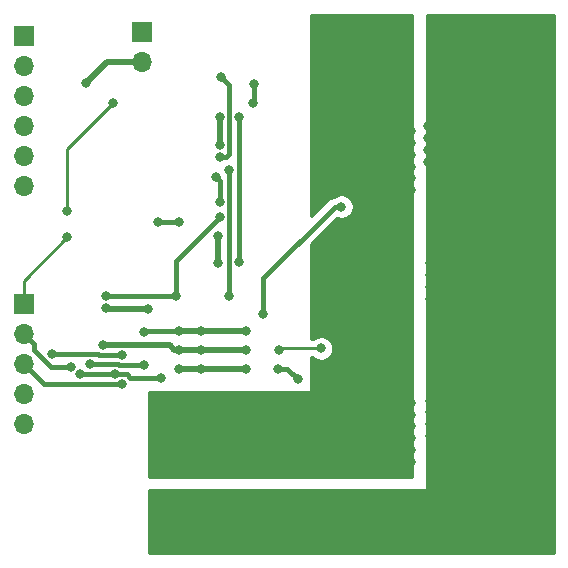
<source format=gbr>
G04 #@! TF.GenerationSoftware,KiCad,Pcbnew,(5.1.5-0)*
G04 #@! TF.CreationDate,2022-03-06T00:17:08-05:00*
G04 #@! TF.ProjectId,ESC_V4,4553435f-5634-42e6-9b69-6361645f7063,rev?*
G04 #@! TF.SameCoordinates,Original*
G04 #@! TF.FileFunction,Copper,L2,Bot*
G04 #@! TF.FilePolarity,Positive*
%FSLAX46Y46*%
G04 Gerber Fmt 4.6, Leading zero omitted, Abs format (unit mm)*
G04 Created by KiCad (PCBNEW (5.1.5-0)) date 2022-03-06 00:17:08*
%MOMM*%
%LPD*%
G04 APERTURE LIST*
%ADD10R,5.516000X5.516000*%
%ADD11C,5.516000*%
%ADD12R,1.700000X1.700000*%
%ADD13O,1.700000X1.700000*%
%ADD14C,0.800000*%
%ADD15C,0.500000*%
%ADD16C,0.250000*%
%ADD17C,0.400000*%
%ADD18C,0.254000*%
G04 APERTURE END LIST*
D10*
X235800000Y-51800000D03*
D11*
X243000000Y-51800000D03*
D12*
X216000000Y-49200000D03*
D13*
X216000000Y-51740000D03*
D12*
X206000000Y-49550000D03*
D13*
X206000000Y-52090000D03*
X206000000Y-54630000D03*
X206000000Y-57170000D03*
X206000000Y-59710000D03*
X206000000Y-62250000D03*
D12*
X206000000Y-72200000D03*
D13*
X206000000Y-74740000D03*
X206000000Y-77280000D03*
X206000000Y-79820000D03*
X206000000Y-82360000D03*
D14*
X221400000Y-89300000D03*
X222900000Y-89300000D03*
X222900000Y-90600000D03*
X221400000Y-90600000D03*
X221400000Y-91900000D03*
X222900000Y-91900000D03*
X222900000Y-93000000D03*
X221400000Y-93000000D03*
X241400000Y-68800000D03*
X244400000Y-69800000D03*
X242400000Y-70800000D03*
X241400000Y-69800000D03*
X244400000Y-68800000D03*
X244400000Y-71800000D03*
X242400000Y-69800000D03*
X243400000Y-68800000D03*
X244400000Y-70800000D03*
X240400000Y-69800000D03*
X240400000Y-68800000D03*
X242400000Y-71800000D03*
X241400000Y-70800000D03*
X240400000Y-70800000D03*
X241400000Y-71800000D03*
X243400000Y-71800000D03*
X242400000Y-68800000D03*
X243400000Y-69800000D03*
X240400000Y-71800000D03*
X243400000Y-70800000D03*
X241400000Y-80450000D03*
X244400000Y-81400000D03*
X242400000Y-82400000D03*
X241400000Y-81400000D03*
X244400000Y-80450000D03*
X244400000Y-83400000D03*
X242400000Y-81400000D03*
X243400000Y-80450000D03*
X244400000Y-82400000D03*
X240400000Y-81400000D03*
X240400000Y-80450000D03*
X242400000Y-83400000D03*
X241400000Y-82400000D03*
X240400000Y-82400000D03*
X241400000Y-83400000D03*
X243400000Y-83400000D03*
X242400000Y-80450000D03*
X243400000Y-81400000D03*
X240400000Y-83400000D03*
X243400000Y-82400000D03*
X241200000Y-57200000D03*
X241200000Y-58200000D03*
X241200000Y-59200000D03*
X240200000Y-60200000D03*
X241200000Y-60200000D03*
X242200000Y-60200000D03*
X243200000Y-60200000D03*
X244200000Y-60200000D03*
X244200000Y-59200000D03*
X243200000Y-59200000D03*
X242200000Y-59200000D03*
X240200000Y-59200000D03*
X240200000Y-58200000D03*
X242200000Y-58200000D03*
X243200000Y-58200000D03*
X244200000Y-58200000D03*
X244200000Y-57200000D03*
X243200000Y-57200000D03*
X242200000Y-57200000D03*
X240200000Y-57200000D03*
X211300000Y-53500000D03*
X217800000Y-89300000D03*
X221400000Y-81400000D03*
X221500000Y-82500000D03*
X221500000Y-83600000D03*
X222900000Y-83600000D03*
X222900000Y-82500000D03*
X222900000Y-81400000D03*
X222900000Y-80300000D03*
X221400000Y-80300000D03*
X235800000Y-62600000D03*
X238800000Y-61600000D03*
X238800000Y-58600000D03*
X234800000Y-60600000D03*
X237800000Y-60600000D03*
X234800000Y-61600000D03*
X234800000Y-62600000D03*
X236800000Y-57600000D03*
X236800000Y-58600000D03*
X238800000Y-59600000D03*
X233800000Y-58600000D03*
X236800000Y-62600000D03*
X235800000Y-61600000D03*
X237800000Y-58600000D03*
X238800000Y-62600000D03*
X233800000Y-59600000D03*
X238800000Y-57600000D03*
X236800000Y-60600000D03*
X236800000Y-61600000D03*
X233800000Y-60600000D03*
X237800000Y-57600000D03*
X235800000Y-60600000D03*
X238800000Y-60600000D03*
X235800000Y-59600000D03*
X237800000Y-62600000D03*
X234800000Y-59600000D03*
X234800000Y-58600000D03*
X237800000Y-59600000D03*
X236800000Y-59600000D03*
X235800000Y-58600000D03*
X235800000Y-57600000D03*
X233800000Y-62600000D03*
X233800000Y-61600000D03*
X234800000Y-57600000D03*
X233800000Y-57600000D03*
X237800000Y-61600000D03*
X235600000Y-74000000D03*
X238600000Y-73000000D03*
X238600000Y-70000000D03*
X234600000Y-72000000D03*
X237600000Y-72000000D03*
X234600000Y-73000000D03*
X234600000Y-74000000D03*
X236600000Y-69000000D03*
X236600000Y-70000000D03*
X238600000Y-71000000D03*
X233600000Y-70000000D03*
X236600000Y-74000000D03*
X235600000Y-73000000D03*
X237600000Y-70000000D03*
X238600000Y-74000000D03*
X233600000Y-71000000D03*
X238600000Y-69000000D03*
X236600000Y-72000000D03*
X236600000Y-73000000D03*
X233600000Y-72000000D03*
X237600000Y-69000000D03*
X235600000Y-72000000D03*
X238600000Y-72000000D03*
X235600000Y-71000000D03*
X237600000Y-74000000D03*
X234600000Y-71000000D03*
X234600000Y-70000000D03*
X237600000Y-71000000D03*
X236600000Y-71000000D03*
X235600000Y-70000000D03*
X235600000Y-69000000D03*
X233600000Y-74000000D03*
X233600000Y-73000000D03*
X234600000Y-69000000D03*
X233600000Y-69000000D03*
X237600000Y-73000000D03*
X233800000Y-85600000D03*
X234800000Y-85600000D03*
X235800000Y-85600000D03*
X236800000Y-85600000D03*
X237800000Y-85600000D03*
X238800000Y-85600000D03*
X238800000Y-84600000D03*
X237800000Y-84600000D03*
X236800000Y-84600000D03*
X235800000Y-84600000D03*
X234800000Y-84600000D03*
X233800000Y-84600000D03*
X233800000Y-83600000D03*
X234800000Y-83600000D03*
X235800000Y-83600000D03*
X236800000Y-83600000D03*
X237800000Y-83600000D03*
X238800000Y-83600000D03*
X238800000Y-82600000D03*
X237800000Y-82600000D03*
X236800000Y-82600000D03*
X235800000Y-82600000D03*
X234800000Y-82600000D03*
X233800000Y-82600000D03*
X233800000Y-81600000D03*
X234800000Y-81600000D03*
X235800000Y-81600000D03*
X236800000Y-81600000D03*
X237800000Y-81600000D03*
X238800000Y-81600000D03*
X238800000Y-80600000D03*
X237800000Y-80600000D03*
X236800000Y-80600000D03*
X235800000Y-80600000D03*
X234800000Y-80600000D03*
X233800000Y-80600000D03*
X209700000Y-64400000D03*
X213600000Y-55200000D03*
X225500000Y-53600000D03*
X225400000Y-55219990D03*
X232900000Y-64000000D03*
X226300000Y-73100000D03*
X231200000Y-76000000D03*
X227600000Y-76100000D03*
X227500000Y-77700000D03*
X229200000Y-78600000D03*
X217374970Y-65300000D03*
X219200000Y-65300000D03*
X209700000Y-66600000D03*
X210000001Y-77599998D03*
X214350000Y-79000000D03*
X214350000Y-76575000D03*
X208400000Y-76500000D03*
X221000000Y-74500000D03*
X224800000Y-74500000D03*
X219175000Y-74500000D03*
X211600000Y-77300000D03*
X216200000Y-74600000D03*
X216200000Y-77400000D03*
X210800000Y-78200000D03*
X213700000Y-78200000D03*
X217600000Y-78500000D03*
X221000000Y-76100000D03*
X224800000Y-76100000D03*
X219175000Y-76100000D03*
X212700000Y-75725002D03*
X221000000Y-77700000D03*
X224800000Y-77700000D03*
X219200000Y-77700000D03*
X213000000Y-72600003D03*
X216500000Y-72700000D03*
X222600000Y-58800000D03*
X222600000Y-56400000D03*
X224200001Y-56400000D03*
X224200001Y-68699999D03*
X222600000Y-63590000D03*
X222300000Y-61500000D03*
X223400001Y-60900000D03*
X223400000Y-71600000D03*
X222600000Y-64900000D03*
X218900000Y-71600000D03*
X213000000Y-71600000D03*
X222500000Y-68800000D03*
X222498959Y-66498959D03*
X222740564Y-53019980D03*
X222600000Y-59800003D03*
D15*
X213060000Y-51740000D02*
X211300000Y-53500000D01*
X216000000Y-51740000D02*
X213060000Y-51740000D01*
D16*
X209700000Y-59100000D02*
X213600000Y-55200000D01*
X209700000Y-64400000D02*
X209700000Y-59100000D01*
D17*
X225500000Y-55119990D02*
X225400000Y-55219990D01*
X225500000Y-53600000D02*
X225500000Y-55119990D01*
X226300000Y-72534315D02*
X226300000Y-73100000D01*
X226300000Y-70034315D02*
X226300000Y-72534315D01*
X232334315Y-64000000D02*
X226300000Y-70034315D01*
X232900000Y-64000000D02*
X232334315Y-64000000D01*
D16*
X227700000Y-76000000D02*
X227600000Y-76100000D01*
X231200000Y-76000000D02*
X227700000Y-76000000D01*
D17*
X228300000Y-77700000D02*
X229200000Y-78600000D01*
X227500000Y-77700000D02*
X228300000Y-77700000D01*
X217374970Y-65300000D02*
X219200000Y-65300000D01*
D16*
X206000000Y-70300000D02*
X209700000Y-66600000D01*
X206000000Y-72200000D02*
X206000000Y-70300000D01*
D17*
X206849999Y-76134001D02*
X208315996Y-77599998D01*
X206849999Y-75589999D02*
X206849999Y-76134001D01*
X208315996Y-77599998D02*
X210000001Y-77599998D01*
X206000000Y-74740000D02*
X206849999Y-75589999D01*
X207720000Y-79000000D02*
X206000000Y-77280000D01*
X214350000Y-79000000D02*
X207720000Y-79000000D01*
X212290996Y-76500000D02*
X208400000Y-76500000D01*
X212365996Y-76575000D02*
X212290996Y-76500000D01*
X214350000Y-76575000D02*
X212365996Y-76575000D01*
D15*
X221000000Y-74500000D02*
X219175000Y-74500000D01*
X221000000Y-74500000D02*
X224800000Y-74500000D01*
D17*
X211600000Y-77300000D02*
X213984002Y-77300000D01*
X216300000Y-74500000D02*
X216200000Y-74600000D01*
X219175000Y-74500000D02*
X216300000Y-74500000D01*
X214084002Y-77400000D02*
X213984002Y-77300000D01*
X216200000Y-77400000D02*
X214084002Y-77400000D01*
X213700000Y-78200000D02*
X210800000Y-78200000D01*
X214265685Y-78200000D02*
X213700000Y-78200000D01*
X214734002Y-78200000D02*
X214265685Y-78200000D01*
X215034002Y-78500000D02*
X214734002Y-78200000D01*
X217600000Y-78500000D02*
X215034002Y-78500000D01*
D15*
X221000000Y-76100000D02*
X219175000Y-76100000D01*
X221000000Y-76100000D02*
X224800000Y-76100000D01*
D16*
X212925002Y-75700000D02*
X212900000Y-75725002D01*
D17*
X212725002Y-75700000D02*
X212700000Y-75725002D01*
D15*
X218737500Y-76100000D02*
X219175000Y-76100000D01*
X213265688Y-75724999D02*
X218362499Y-75724999D01*
X213265685Y-75725002D02*
X213265688Y-75724999D01*
X218362499Y-75724999D02*
X218737500Y-76100000D01*
X212700000Y-75725002D02*
X213265685Y-75725002D01*
X221000000Y-77700000D02*
X219200000Y-77700000D01*
X221000000Y-77700000D02*
X224800000Y-77700000D01*
X213099997Y-72700000D02*
X213000000Y-72600003D01*
X216500000Y-72700000D02*
X213099997Y-72700000D01*
X222600000Y-58800000D02*
X222600000Y-56400000D01*
D17*
X224200001Y-56400000D02*
X224200001Y-68699999D01*
X222600000Y-61800000D02*
X222300000Y-61500000D01*
X222600000Y-63590000D02*
X222600000Y-61800000D01*
X223400001Y-60900000D02*
X223400000Y-61465686D01*
X223400000Y-61465686D02*
X223400000Y-71600000D01*
X218900000Y-68600000D02*
X218900000Y-71600000D01*
X222600000Y-64900000D02*
X218900000Y-68600000D01*
X218900000Y-71600000D02*
X213000000Y-71600000D01*
D15*
X222500000Y-66500000D02*
X222498959Y-66498959D01*
X222500000Y-68800000D02*
X222500000Y-66500000D01*
D17*
X223400001Y-53679417D02*
X223400001Y-59499999D01*
X222740564Y-53019980D02*
X223400001Y-53679417D01*
X223099997Y-59800003D02*
X222600000Y-59800003D01*
X223400001Y-59499999D02*
X223099997Y-59800003D01*
D18*
G36*
X250873000Y-83873000D02*
G01*
X240127000Y-83873000D01*
X240127000Y-47727000D01*
X250873000Y-47727000D01*
X250873000Y-83873000D01*
G37*
X250873000Y-83873000D02*
X240127000Y-83873000D01*
X240127000Y-47727000D01*
X250873000Y-47727000D01*
X250873000Y-83873000D01*
G36*
X238873000Y-86873000D02*
G01*
X230327000Y-86873000D01*
X230327000Y-76760000D01*
X230496289Y-76760000D01*
X230540226Y-76803937D01*
X230709744Y-76917205D01*
X230898102Y-76995226D01*
X231098061Y-77035000D01*
X231301939Y-77035000D01*
X231501898Y-76995226D01*
X231690256Y-76917205D01*
X231859774Y-76803937D01*
X232003937Y-76659774D01*
X232117205Y-76490256D01*
X232195226Y-76301898D01*
X232235000Y-76101939D01*
X232235000Y-75898061D01*
X232195226Y-75698102D01*
X232117205Y-75509744D01*
X232003937Y-75340226D01*
X231859774Y-75196063D01*
X231690256Y-75082795D01*
X231501898Y-75004774D01*
X231301939Y-74965000D01*
X231098061Y-74965000D01*
X230898102Y-75004774D01*
X230709744Y-75082795D01*
X230540226Y-75196063D01*
X230496289Y-75240000D01*
X230327000Y-75240000D01*
X230327000Y-67188183D01*
X232542845Y-64972338D01*
X232598102Y-64995226D01*
X232798061Y-65035000D01*
X233001939Y-65035000D01*
X233201898Y-64995226D01*
X233390256Y-64917205D01*
X233559774Y-64803937D01*
X233703937Y-64659774D01*
X233817205Y-64490256D01*
X233895226Y-64301898D01*
X233935000Y-64101939D01*
X233935000Y-63898061D01*
X233895226Y-63698102D01*
X233817205Y-63509744D01*
X233703937Y-63340226D01*
X233559774Y-63196063D01*
X233390256Y-63082795D01*
X233201898Y-63004774D01*
X233001939Y-62965000D01*
X232798061Y-62965000D01*
X232598102Y-63004774D01*
X232409744Y-63082795D01*
X232285577Y-63165760D01*
X232170626Y-63177082D01*
X232013228Y-63224828D01*
X231868169Y-63302364D01*
X231741024Y-63406709D01*
X231714874Y-63438573D01*
X230327000Y-64826447D01*
X230327000Y-47727000D01*
X238873000Y-47727000D01*
X238873000Y-86873000D01*
G37*
X238873000Y-86873000D02*
X230327000Y-86873000D01*
X230327000Y-76760000D01*
X230496289Y-76760000D01*
X230540226Y-76803937D01*
X230709744Y-76917205D01*
X230898102Y-76995226D01*
X231098061Y-77035000D01*
X231301939Y-77035000D01*
X231501898Y-76995226D01*
X231690256Y-76917205D01*
X231859774Y-76803937D01*
X232003937Y-76659774D01*
X232117205Y-76490256D01*
X232195226Y-76301898D01*
X232235000Y-76101939D01*
X232235000Y-75898061D01*
X232195226Y-75698102D01*
X232117205Y-75509744D01*
X232003937Y-75340226D01*
X231859774Y-75196063D01*
X231690256Y-75082795D01*
X231501898Y-75004774D01*
X231301939Y-74965000D01*
X231098061Y-74965000D01*
X230898102Y-75004774D01*
X230709744Y-75082795D01*
X230540226Y-75196063D01*
X230496289Y-75240000D01*
X230327000Y-75240000D01*
X230327000Y-67188183D01*
X232542845Y-64972338D01*
X232598102Y-64995226D01*
X232798061Y-65035000D01*
X233001939Y-65035000D01*
X233201898Y-64995226D01*
X233390256Y-64917205D01*
X233559774Y-64803937D01*
X233703937Y-64659774D01*
X233817205Y-64490256D01*
X233895226Y-64301898D01*
X233935000Y-64101939D01*
X233935000Y-63898061D01*
X233895226Y-63698102D01*
X233817205Y-63509744D01*
X233703937Y-63340226D01*
X233559774Y-63196063D01*
X233390256Y-63082795D01*
X233201898Y-63004774D01*
X233001939Y-62965000D01*
X232798061Y-62965000D01*
X232598102Y-63004774D01*
X232409744Y-63082795D01*
X232285577Y-63165760D01*
X232170626Y-63177082D01*
X232013228Y-63224828D01*
X231868169Y-63302364D01*
X231741024Y-63406709D01*
X231714874Y-63438573D01*
X230327000Y-64826447D01*
X230327000Y-47727000D01*
X238873000Y-47727000D01*
X238873000Y-86873000D01*
G36*
X250873000Y-93315000D02*
G01*
X216627000Y-93315000D01*
X216627000Y-88027000D01*
X240000000Y-88027000D01*
X240024776Y-88024560D01*
X240048601Y-88017333D01*
X240070557Y-88005597D01*
X240089803Y-87989803D01*
X240105597Y-87970557D01*
X240117333Y-87948601D01*
X240124560Y-87924776D01*
X240127000Y-87900000D01*
X240127000Y-83927000D01*
X250873000Y-83927000D01*
X250873000Y-93315000D01*
G37*
X250873000Y-93315000D02*
X216627000Y-93315000D01*
X216627000Y-88027000D01*
X240000000Y-88027000D01*
X240024776Y-88024560D01*
X240048601Y-88017333D01*
X240070557Y-88005597D01*
X240089803Y-87989803D01*
X240105597Y-87970557D01*
X240117333Y-87948601D01*
X240124560Y-87924776D01*
X240127000Y-87900000D01*
X240127000Y-83927000D01*
X250873000Y-83927000D01*
X250873000Y-93315000D01*
G36*
X230273000Y-86873000D02*
G01*
X216627000Y-86873000D01*
X216627000Y-79727000D01*
X230273000Y-79727000D01*
X230273000Y-86873000D01*
G37*
X230273000Y-86873000D02*
X216627000Y-86873000D01*
X216627000Y-79727000D01*
X230273000Y-79727000D01*
X230273000Y-86873000D01*
M02*

</source>
